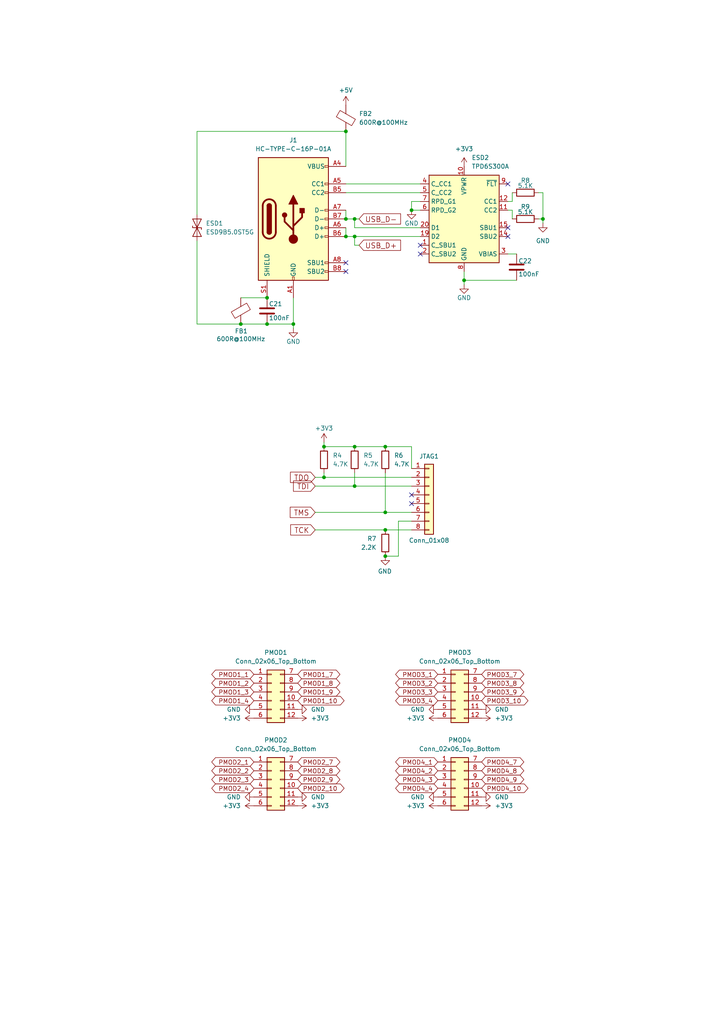
<source format=kicad_sch>
(kicad_sch (version 20231120) (generator "eeschema") (generator_version "8.0")
  (paper "A4" portrait)
  (lib_symbols
    (symbol "Connector:USB_C_Receptacle_USB2.0_16P" (pin_names (offset 1.016))
      (property "Reference" "J" (at 0 22.225 0))
      (property "Value" "USB_C_Receptacle_USB2.0_16P" (at 0 19.685 0))
      (symbol "USB_C_Receptacle_USB2.0_16P_0_0"
        (rectangle (start -0.254 -17.78) (end 0.254 -16.764))
        (rectangle (start 10.16 -14.986) (end 9.144 -15.494))
        (rectangle (start 10.16 -12.446) (end 9.144 -12.954))
        (rectangle (start 10.16 -4.826) (end 9.144 -5.334))
        (rectangle (start 10.16 -2.286) (end 9.144 -2.794))
        (rectangle (start 10.16 0.254) (end 9.144 -0.254))
        (rectangle (start 10.16 2.794) (end 9.144 2.286))
        (rectangle (start 10.16 7.874) (end 9.144 7.366))
        (rectangle (start 10.16 10.414) (end 9.144 9.906))
        (rectangle (start 10.16 15.494) (end 9.144 14.986))
      )
      (symbol "USB_C_Receptacle_USB2.0_16P_0_1"
        (rectangle (start -10.16 17.78) (end 10.16 -17.78) (stroke (width 0.254)) (fill (type background)))
        (arc (start -8.89 -3.81) (mid -6.985 -5.7067) (end -5.08 -3.81) (stroke (width 0.508)))
        (arc (start -7.62 -3.81) (mid -6.985 -4.4423) (end -6.35 -3.81) (stroke (width 0.254)))
        (arc (start -7.62 -3.81) (mid -6.985 -4.4423) (end -6.35 -3.81) (stroke (width 0.254)) (fill (type outline)))
        (rectangle (start -7.62 -3.81) (end -6.35 3.81) (stroke (width 0.254)) (fill (type outline)))
        (arc (start -6.35 3.81) (mid -6.985 4.4423) (end -7.62 3.81) (stroke (width 0.254)))
        (arc (start -6.35 3.81) (mid -6.985 4.4423) (end -7.62 3.81) (stroke (width 0.254)) (fill (type outline)))
        (arc (start -5.08 3.81) (mid -6.985 5.7067) (end -8.89 3.81) (stroke (width 0.508)))
        (circle (center -2.54 1.143) (radius 0.635) (stroke (width 0.254)) (fill (type outline)))
        (circle (center 0 -5.842) (radius 1.27) (fill (type outline)))
        (polyline (pts (xy -8.89 -3.81) (xy -8.89 3.81)) (stroke (width 0.508)))
        (polyline (pts (xy -5.08 3.81) (xy -5.08 -3.81)) (stroke (width 0.508)))
        (polyline (pts (xy 0 -5.842) (xy 0 4.318)) (stroke (width 0.508)))
        (polyline (pts (xy 0 -3.302) (xy -2.54 -0.762) (xy -2.54 0.508)) (stroke (width 0.508)))
        (polyline (pts (xy 0 -2.032) (xy 2.54 0.508) (xy 2.54 1.778)) (stroke (width 0.508)))
        (polyline (pts (xy -1.27 4.318) (xy 0 6.858) (xy 1.27 4.318) (xy -1.27 4.318)) (stroke (width 0.254)) (fill (type outline)))
        (rectangle (start 1.905 1.778) (end 3.175 3.048) (stroke (width 0.254)) (fill (type outline)))
      )
      (symbol "USB_C_Receptacle_USB2.0_16P_1_1"
        (pin passive line (at 0 -22.86 90) (length 5.08) (name "GND") (number "A1"))
        (pin passive line (at 0 -22.86 90) (length 5.08) hide (name "GND") (number "A12"))
        (pin passive line (at 15.24 15.24 180) (length 5.08) (name "VBUS") (number "A4"))
        (pin bidirectional line (at 15.24 10.16 180) (length 5.08) (name "CC1") (number "A5"))
        (pin bidirectional line (at 15.24 -2.54 180) (length 5.08) (name "D+") (number "A6"))
        (pin bidirectional line (at 15.24 2.54 180) (length 5.08) (name "D-") (number "A7"))
        (pin bidirectional line (at 15.24 -12.7 180) (length 5.08) (name "SBU1") (number "A8"))
        (pin passive line (at 15.24 15.24 180) (length 5.08) hide (name "VBUS") (number "A9"))
        (pin passive line (at 0 -22.86 90) (length 5.08) hide (name "GND") (number "B1"))
        (pin passive line (at 0 -22.86 90) (length 5.08) hide (name "GND") (number "B12"))
        (pin passive line (at 15.24 15.24 180) (length 5.08) hide (name "VBUS") (number "B4"))
        (pin bidirectional line (at 15.24 7.62 180) (length 5.08) (name "CC2") (number "B5"))
        (pin bidirectional line (at 15.24 -5.08 180) (length 5.08) (name "D+") (number "B6"))
        (pin bidirectional line (at 15.24 0 180) (length 5.08) (name "D-") (number "B7"))
        (pin bidirectional line (at 15.24 -15.24 180) (length 5.08) (name "SBU2") (number "B8"))
        (pin passive line (at 15.24 15.24 180) (length 5.08) hide (name "VBUS") (number "B9"))
        (pin passive line (at -7.62 -22.86 90) (length 5.08) (name "SHIELD") (number "S1"))
      )
    )
    (symbol "Connector_Generic:Conn_01x08" (pin_names (offset 1.016) hide)
      (property "Reference" "J" (at 0 10.16 0))
      (property "Value" "Conn_01x08" (at 0 -12.7 0))
      (symbol "Conn_01x08_1_1"
        (rectangle (start -1.27 -10.033) (end 0 -10.287) (stroke (width 0.1524)))
        (rectangle (start -1.27 -7.493) (end 0 -7.747) (stroke (width 0.1524)))
        (rectangle (start -1.27 -4.953) (end 0 -5.207) (stroke (width 0.1524)))
        (rectangle (start -1.27 -2.413) (end 0 -2.667) (stroke (width 0.1524)))
        (rectangle (start -1.27 0.127) (end 0 -0.127) (stroke (width 0.1524)))
        (rectangle (start -1.27 2.667) (end 0 2.413) (stroke (width 0.1524)))
        (rectangle (start -1.27 5.207) (end 0 4.953) (stroke (width 0.1524)))
        (rectangle (start -1.27 7.747) (end 0 7.493) (stroke (width 0.1524)))
        (rectangle (start -1.27 8.89) (end 1.27 -11.43) (stroke (width 0.254)) (fill (type background)))
        (pin passive line (at -5.08 7.62 0) (length 3.81) (name "Pin_1") (number "1"))
        (pin passive line (at -5.08 5.08 0) (length 3.81) (name "Pin_2") (number "2"))
        (pin passive line (at -5.08 2.54 0) (length 3.81) (name "Pin_3") (number "3"))
        (pin passive line (at -5.08 0 0) (length 3.81) (name "Pin_4") (number "4"))
        (pin passive line (at -5.08 -2.54 0) (length 3.81) (name "Pin_5") (number "5"))
        (pin passive line (at -5.08 -5.08 0) (length 3.81) (name "Pin_6") (number "6"))
        (pin passive line (at -5.08 -7.62 0) (length 3.81) (name "Pin_7") (number "7"))
        (pin passive line (at -5.08 -10.16 0) (length 3.81) (name "Pin_8") (number "8"))
      )
    )
    (symbol "Connector_Generic:Conn_02x06_Top_Bottom" (pin_names (offset 1.016) hide)
      (property "Reference" "J" (at 1.27 7.62 0))
      (property "Value" "Conn_02x06_Top_Bottom" (at 1.27 -10.16 0))
      (symbol "Conn_02x06_Top_Bottom_1_1"
        (rectangle (start -1.27 -7.493) (end 0 -7.747) (stroke (width 0.1524)))
        (rectangle (start -1.27 -4.953) (end 0 -5.207) (stroke (width 0.1524)))
        (rectangle (start -1.27 -2.413) (end 0 -2.667) (stroke (width 0.1524)))
        (rectangle (start -1.27 0.127) (end 0 -0.127) (stroke (width 0.1524)))
        (rectangle (start -1.27 2.667) (end 0 2.413) (stroke (width 0.1524)))
        (rectangle (start -1.27 5.207) (end 0 4.953) (stroke (width 0.1524)))
        (rectangle (start -1.27 6.35) (end 3.81 -8.89) (stroke (width 0.254)) (fill (type background)))
        (rectangle (start 3.81 -7.493) (end 2.54 -7.747) (stroke (width 0.1524)))
        (rectangle (start 3.81 -4.953) (end 2.54 -5.207) (stroke (width 0.1524)))
        (rectangle (start 3.81 -2.413) (end 2.54 -2.667) (stroke (width 0.1524)))
        (rectangle (start 3.81 0.127) (end 2.54 -0.127) (stroke (width 0.1524)))
        (rectangle (start 3.81 2.667) (end 2.54 2.413) (stroke (width 0.1524)))
        (rectangle (start 3.81 5.207) (end 2.54 4.953) (stroke (width 0.1524)))
        (pin passive line (at -5.08 5.08 0) (length 3.81) (name "Pin_1") (number "1"))
        (pin passive line (at 7.62 -2.54 180) (length 3.81) (name "Pin_10") (number "10"))
        (pin passive line (at 7.62 -5.08 180) (length 3.81) (name "Pin_11") (number "11"))
        (pin passive line (at 7.62 -7.62 180) (length 3.81) (name "Pin_12") (number "12"))
        (pin passive line (at -5.08 2.54 0) (length 3.81) (name "Pin_2") (number "2"))
        (pin passive line (at -5.08 0 0) (length 3.81) (name "Pin_3") (number "3"))
        (pin passive line (at -5.08 -2.54 0) (length 3.81) (name "Pin_4") (number "4"))
        (pin passive line (at -5.08 -5.08 0) (length 3.81) (name "Pin_5") (number "5"))
        (pin passive line (at -5.08 -7.62 0) (length 3.81) (name "Pin_6") (number "6"))
        (pin passive line (at 7.62 5.08 180) (length 3.81) (name "Pin_7") (number "7"))
        (pin passive line (at 7.62 2.54 180) (length 3.81) (name "Pin_8") (number "8"))
        (pin passive line (at 7.62 0 180) (length 3.81) (name "Pin_9") (number "9"))
      )
    )
    (symbol "Device:C" (pin_numbers hide) (pin_names (offset 0.254))
      (property "Reference" "C" (at 0.635 2.54 0))
      (property "Value" "C" (at 0.635 -2.54 0))
      (symbol "C_0_1"
        (polyline (pts (xy -2.032 -0.762) (xy 2.032 -0.762)) (stroke (width 0.508)))
        (polyline (pts (xy -2.032 0.762) (xy 2.032 0.762)) (stroke (width 0.508)))
      )
      (symbol "C_1_1"
        (pin passive line (at 0 3.81 270) (length 2.794) (name "~") (number "1"))
        (pin passive line (at 0 -3.81 90) (length 2.794) (name "~") (number "2"))
      )
    )
    (symbol "Device:FerriteBead" (pin_numbers hide) (pin_names (offset 0))
      (property "Reference" "FB" (at -3.81 0.635 90))
      (property "Value" "FerriteBead" (at 3.81 0 90))
      (symbol "FerriteBead_0_1"
        (polyline (pts (xy 0 -1.27) (xy 0 -1.2192)))
        (polyline (pts (xy 0 1.27) (xy 0 1.2954)))
        (polyline (pts (xy -2.7686 0.4064) (xy -1.7018 2.2606) (xy 2.7686 -0.3048) (xy 1.6764 -2.159) (xy -2.7686 0.4064)))
      )
      (symbol "FerriteBead_1_1"
        (pin passive line (at 0 3.81 270) (length 2.54) (name "~") (number "1"))
        (pin passive line (at 0 -3.81 90) (length 2.54) (name "~") (number "2"))
      )
    )
    (symbol "Device:R" (pin_numbers hide) (pin_names (offset 0))
      (property "Reference" "R" (at 2.032 0 90))
      (property "Value" "R" (at 0 0 90))
      (symbol "R_0_1"
        (rectangle (start -1.016 -2.54) (end 1.016 2.54) (stroke (width 0.254)))
      )
      (symbol "R_1_1"
        (pin passive line (at 0 3.81 270) (length 1.27) (name "~") (number "1"))
        (pin passive line (at 0 -3.81 90) (length 1.27) (name "~") (number "2"))
      )
    )
    (symbol "Diode:ESD9B5.0ST5G" (pin_numbers hide) (pin_names (offset 1.016) hide)
      (property "Reference" "D" (at 0 2.54 0))
      (property "Value" "ESD9B5.0ST5G" (at 0 -2.54 0))
      (symbol "ESD9B5.0ST5G_0_1"
        (polyline (pts (xy 1.27 0) (xy -1.27 0)))
        (polyline (pts (xy -2.54 -1.27) (xy 0 0) (xy -2.54 1.27) (xy -2.54 -1.27)) (stroke (width 0.2032)))
        (polyline (pts (xy 0.508 1.27) (xy 0 1.27) (xy 0 -1.27) (xy -0.508 -1.27)) (stroke (width 0.2032)))
        (polyline (pts (xy 2.54 1.27) (xy 2.54 -1.27) (xy 0 0) (xy 2.54 1.27)) (stroke (width 0.2032)))
      )
      (symbol "ESD9B5.0ST5G_1_1"
        (pin passive line (at -3.81 0 0) (length 2.54) (name "A1") (number "1"))
        (pin passive line (at 3.81 0 180) (length 2.54) (name "A2") (number "2"))
      )
    )
    (symbol "Power_Protection:TPD6S300A"
      (property "Reference" "U" (at -8.89 13.97 0))
      (property "Value" "TPD6S300A" (at 7.62 -15.24 0))
      (symbol "TPD6S300A_0_1"
        (rectangle (start -10.16 12.7) (end 10.16 -12.7) (stroke (width 0.254)) (fill (type background)))
      )
      (symbol "TPD6S300A_1_1"
        (pin bidirectional line (at -12.7 -7.62 0) (length 2.54) (name "C_SBU1") (number "1"))
        (pin power_in line (at 0 15.24 270) (length 2.54) (name "VPWR") (number "10"))
        (pin bidirectional line (at 12.7 2.54 180) (length 2.54) (name "CC2") (number "11"))
        (pin bidirectional line (at 12.7 5.08 180) (length 2.54) (name "CC1") (number "12"))
        (pin passive line (at 0 -15.24 90) (length 2.54) hide (name "GND") (number "13"))
        (pin bidirectional line (at 12.7 -5.08 180) (length 2.54) (name "SBU2") (number "14"))
        (pin bidirectional line (at 12.7 -2.54 180) (length 2.54) (name "SBU1") (number "15"))
        (pin passive line (at 0 -15.24 90) (length 2.54) hide (name "GND") (number "16"))
        (pin passive line (at 0 -15.24 90) (length 2.54) hide (name "GND") (number "17"))
        (pin passive line (at 0 -15.24 90) (length 2.54) hide (name "GND") (number "18"))
        (pin passive line (at -12.7 -5.08 0) (length 2.54) (name "D2") (number "19"))
        (pin bidirectional line (at -12.7 -10.16 0) (length 2.54) (name "C_SBU2") (number "2"))
        (pin passive line (at -12.7 -2.54 0) (length 2.54) (name "D1") (number "20"))
        (pin passive line (at 0 -15.24 90) (length 2.54) hide (name "GND") (number "21"))
        (pin passive line (at 12.7 -10.16 180) (length 2.54) (name "VBIAS") (number "3"))
        (pin bidirectional line (at -12.7 10.16 0) (length 2.54) (name "C_CC1") (number "4"))
        (pin bidirectional line (at -12.7 7.62 0) (length 2.54) (name "C_CC2") (number "5"))
        (pin bidirectional line (at -12.7 2.54 0) (length 2.54) (name "RPD_G2") (number "6"))
        (pin bidirectional line (at -12.7 5.08 0) (length 2.54) (name "RPD_G1") (number "7"))
        (pin power_in line (at 0 -15.24 90) (length 2.54) (name "GND") (number "8"))
        (pin open_collector line (at 12.7 10.16 180) (length 2.54) (name "~{FLT}") (number "9"))
      )
    )
    (symbol "power:+3V3" (power) (pin_numbers hide) (pin_names (offset 0) hide)
      (property "Value" "+3V3" (at 0 3.556 0))
      (symbol "+3V3_0_1"
        (polyline (pts (xy -0.762 1.27) (xy 0 2.54)))
        (polyline (pts (xy 0 0) (xy 0 2.54)))
        (polyline (pts (xy 0 2.54) (xy 0.762 1.27)))
      )
      (symbol "+3V3_1_1"
        (pin power_in line (at 0 0 90) (length 0) (name "~") (number "1"))
      )
    )
    (symbol "power:+5V" (power) (pin_numbers hide) (pin_names (offset 0) hide)
      (property "Value" "+5V" (at 0 3.556 0))
      (symbol "+5V_0_1"
        (polyline (pts (xy -0.762 1.27) (xy 0 2.54)))
        (polyline (pts (xy 0 0) (xy 0 2.54)))
        (polyline (pts (xy 0 2.54) (xy 0.762 1.27)))
      )
      (symbol "+5V_1_1"
        (pin power_in line (at 0 0 90) (length 0) (name "~") (number "1"))
      )
    )
    (symbol "power:GND" (power) (pin_numbers hide) (pin_names (offset 0) hide)
      (property "Value" "GND" (at 0 -3.81 0))
      (symbol "GND_0_1"
        (polyline (pts (xy 0 0) (xy 0 -1.27) (xy 1.27 -1.27) (xy 0 -2.54) (xy -1.27 -1.27) (xy 0 -1.27)))
      )
      (symbol "GND_1_1"
        (pin power_in line (at 0 0 270) (length 0) (name "~") (number "1"))
      )
    )
  )
  (junction (at 102.87 129.54))
  (junction (at 100.33 38.1))
  (junction (at 69.85 93.98))
  (junction (at 102.87 63.5))
  (junction (at 157.48 63.5))
  (junction (at 77.47 93.98))
  (junction (at 111.76 161.29))
  (junction (at 100.33 68.58))
  (junction (at 111.76 129.54))
  (junction (at 119.38 60.96))
  (junction (at 85.09 93.98))
  (junction (at 111.76 153.67))
  (junction (at 111.76 148.59))
  (junction (at 77.47 86.36))
  (junction (at 102.87 68.58))
  (junction (at 93.98 138.43))
  (junction (at 93.98 129.54))
  (junction (at 102.87 140.97))
  (junction (at 134.62 81.28))
  (junction (at 100.33 63.5))
  (no_connect (at 121.92 71.12))
  (no_connect (at 121.92 73.66))
  (no_connect (at 100.33 76.2))
  (no_connect (at 147.32 68.58))
  (no_connect (at 119.38 146.05))
  (no_connect (at 147.32 66.04))
  (no_connect (at 147.32 53.34))
  (no_connect (at 119.38 143.51))
  (no_connect (at 100.33 78.74))
  (wire (pts (xy 157.48 63.5) (xy 157.48 64.77)))
  (wire (pts (xy 157.48 55.88) (xy 157.48 63.5)))
  (wire (pts (xy 102.87 137.16) (xy 102.87 140.97)))
  (wire (pts (xy 115.57 151.13) (xy 115.57 161.29)))
  (wire (pts (xy 156.21 55.88) (xy 157.48 55.88)))
  (wire (pts (xy 91.44 148.59) (xy 111.76 148.59)))
  (wire (pts (xy 148.59 60.96) (xy 148.59 63.5)))
  (wire (pts (xy 57.15 93.98) (xy 69.85 93.98)))
  (wire (pts (xy 69.85 93.98) (xy 77.47 93.98)))
  (wire (pts (xy 111.76 153.67) (xy 119.38 153.67)))
  (wire (pts (xy 119.38 58.42) (xy 119.38 60.96)))
  (wire (pts (xy 85.09 93.98) (xy 85.09 86.36)))
  (wire (pts (xy 147.32 73.66) (xy 149.86 73.66)))
  (wire (pts (xy 102.87 129.54) (xy 111.76 129.54)))
  (wire (pts (xy 100.33 68.58) (xy 102.87 68.58)))
  (wire (pts (xy 148.59 58.42) (xy 147.32 58.42)))
  (wire (pts (xy 93.98 129.54) (xy 102.87 129.54)))
  (wire (pts (xy 111.76 137.16) (xy 111.76 148.59)))
  (wire (pts (xy 119.38 60.96) (xy 121.92 60.96)))
  (wire (pts (xy 102.87 66.04) (xy 121.92 66.04)))
  (wire (pts (xy 91.44 138.43) (xy 93.98 138.43)))
  (wire (pts (xy 134.62 78.74) (xy 134.62 81.28)))
  (wire (pts (xy 57.15 62.23) (xy 57.15 38.1)))
  (wire (pts (xy 134.62 81.28) (xy 134.62 82.55)))
  (wire (pts (xy 85.09 93.98) (xy 85.09 95.25)))
  (wire (pts (xy 134.62 81.28) (xy 149.86 81.28)))
  (wire (pts (xy 119.38 151.13) (xy 115.57 151.13)))
  (wire (pts (xy 100.33 66.04) (xy 100.33 68.58)))
  (wire (pts (xy 148.59 60.96) (xy 147.32 60.96)))
  (wire (pts (xy 102.87 71.12) (xy 104.14 71.12)))
  (wire (pts (xy 148.59 55.88) (xy 148.59 58.42)))
  (wire (pts (xy 100.33 63.5) (xy 102.87 63.5)))
  (wire (pts (xy 100.33 63.5) (xy 100.33 60.96)))
  (wire (pts (xy 100.33 38.1) (xy 100.33 48.26)))
  (wire (pts (xy 115.57 161.29) (xy 111.76 161.29)))
  (wire (pts (xy 93.98 137.16) (xy 93.98 138.43)))
  (wire (pts (xy 69.85 86.36) (xy 77.47 86.36)))
  (wire (pts (xy 57.15 69.85) (xy 57.15 93.98)))
  (wire (pts (xy 91.44 153.67) (xy 111.76 153.67)))
  (wire (pts (xy 121.92 58.42) (xy 119.38 58.42)))
  (wire (pts (xy 102.87 140.97) (xy 119.38 140.97)))
  (wire (pts (xy 77.47 93.98) (xy 85.09 93.98)))
  (wire (pts (xy 93.98 128.27) (xy 93.98 129.54)))
  (wire (pts (xy 100.33 55.88) (xy 121.92 55.88)))
  (wire (pts (xy 100.33 53.34) (xy 121.92 53.34)))
  (wire (pts (xy 91.44 140.97) (xy 102.87 140.97)))
  (wire (pts (xy 111.76 148.59) (xy 119.38 148.59)))
  (wire (pts (xy 102.87 68.58) (xy 121.92 68.58)))
  (wire (pts (xy 93.98 138.43) (xy 119.38 138.43)))
  (wire (pts (xy 156.21 63.5) (xy 157.48 63.5)))
  (wire (pts (xy 102.87 63.5) (xy 104.14 63.5)))
  (wire (pts (xy 57.15 38.1) (xy 100.33 38.1)))
  (wire (pts (xy 119.38 135.89) (xy 119.38 129.54)))
  (wire (pts (xy 119.38 129.54) (xy 111.76 129.54)))
  (wire (pts (xy 102.87 68.58) (xy 102.87 71.12)))
  (wire (pts (xy 102.87 66.04) (xy 102.87 63.5)))
  (global_label "PMOD1_7" (shape bidirectional) (at 86.36 195.58 0) (property "Intersheetrefs" "${INTERSHEET_REFS}" (effects (hide yes))))
  (global_label "PMOD3_3" (shape bidirectional) (at 127 200.66 180) (property "Intersheetrefs" "${INTERSHEET_REFS}" (effects (hide yes))))
  (global_label "PMOD4_9" (shape bidirectional) (at 139.7 226.06 0) (property "Intersheetrefs" "${INTERSHEET_REFS}" (effects (hide yes))))
  (global_label "PMOD3_8" (shape bidirectional) (at 139.7 198.12 0) (property "Intersheetrefs" "${INTERSHEET_REFS}" (effects (hide yes))))
  (global_label "PMOD3_4" (shape bidirectional) (at 127 203.2 180) (property "Intersheetrefs" "${INTERSHEET_REFS}" (effects (hide yes))))
  (global_label "PMOD1_8" (shape bidirectional) (at 86.36 198.12 0) (property "Intersheetrefs" "${INTERSHEET_REFS}" (effects (hide yes))))
  (global_label "PMOD2_8" (shape bidirectional) (at 86.36 223.52 0) (property "Intersheetrefs" "${INTERSHEET_REFS}" (effects (hide yes))))
  (global_label "TMS" (shape input) (at 91.44 148.59 180) (effects (font (size 1.524 1.524))) (property "Intersheetrefs" "${INTERSHEET_REFS}" (effects (hide yes))))
  (global_label "PMOD4_1" (shape bidirectional) (at 127 220.98 180) (property "Intersheetrefs" "${INTERSHEET_REFS}" (effects (hide yes))))
  (global_label "PMOD3_7" (shape bidirectional) (at 139.7 195.58 0) (property "Intersheetrefs" "${INTERSHEET_REFS}" (effects (hide yes))))
  (global_label "PMOD4_2" (shape bidirectional) (at 127 223.52 180) (property "Intersheetrefs" "${INTERSHEET_REFS}" (effects (hide yes))))
  (global_label "PMOD2_3" (shape bidirectional) (at 73.66 226.06 180) (property "Intersheetrefs" "${INTERSHEET_REFS}" (effects (hide yes))))
  (global_label "PMOD3_2" (shape bidirectional) (at 127 198.12 180) (property "Intersheetrefs" "${INTERSHEET_REFS}" (effects (hide yes))))
  (global_label "PMOD4_10" (shape bidirectional) (at 139.7 228.6 0) (property "Intersheetrefs" "${INTERSHEET_REFS}" (effects (hide yes))))
  (global_label "PMOD1_2" (shape bidirectional) (at 73.66 198.12 180) (property "Intersheetrefs" "${INTERSHEET_REFS}" (effects (hide yes))))
  (global_label "PMOD1_10" (shape bidirectional) (at 86.36 203.2 0) (property "Intersheetrefs" "${INTERSHEET_REFS}" (effects (hide yes))))
  (global_label "PMOD2_4" (shape bidirectional) (at 73.66 228.6 180) (property "Intersheetrefs" "${INTERSHEET_REFS}" (effects (hide yes))))
  (global_label "PMOD4_3" (shape bidirectional) (at 127 226.06 180) (property "Intersheetrefs" "${INTERSHEET_REFS}" (effects (hide yes))))
  (global_label "PMOD1_3" (shape bidirectional) (at 73.66 200.66 180) (property "Intersheetrefs" "${INTERSHEET_REFS}" (effects (hide yes))))
  (global_label "PMOD2_10" (shape bidirectional) (at 86.36 228.6 0) (property "Intersheetrefs" "${INTERSHEET_REFS}" (effects (hide yes))))
  (global_label "PMOD3_1" (shape bidirectional) (at 127 195.58 180) (property "Intersheetrefs" "${INTERSHEET_REFS}" (effects (hide yes))))
  (global_label "PMOD1_4" (shape bidirectional) (at 73.66 203.2 180) (property "Intersheetrefs" "${INTERSHEET_REFS}" (effects (hide yes))))
  (global_label "PMOD2_1" (shape bidirectional) (at 73.66 220.98 180) (property "Intersheetrefs" "${INTERSHEET_REFS}" (effects (hide yes))))
  (global_label "USB_D+" (shape input) (at 104.14 71.12 0) (effects (font (size 1.524 1.524))) (property "Intersheetrefs" "${INTERSHEET_REFS}" (effects (hide yes))))
  (global_label "PMOD1_9" (shape bidirectional) (at 86.36 200.66 0) (property "Intersheetrefs" "${INTERSHEET_REFS}" (effects (hide yes))))
  (global_label "PMOD4_4" (shape bidirectional) (at 127 228.6 180) (property "Intersheetrefs" "${INTERSHEET_REFS}" (effects (hide yes))))
  (global_label "PMOD2_7" (shape bidirectional) (at 86.36 220.98 0) (property "Intersheetrefs" "${INTERSHEET_REFS}" (effects (hide yes))))
  (global_label "TDI" (shape input) (at 91.44 140.97 180) (effects (font (size 1.524 1.524))) (property "Intersheetrefs" "${INTERSHEET_REFS}" (effects (hide yes))))
  (global_label "PMOD4_8" (shape bidirectional) (at 139.7 223.52 0) (property "Intersheetrefs" "${INTERSHEET_REFS}" (effects (hide yes))))
  (global_label "PMOD1_1" (shape bidirectional) (at 73.66 195.58 180) (property "Intersheetrefs" "${INTERSHEET_REFS}" (effects (hide yes))))
  (global_label "PMOD2_9" (shape bidirectional) (at 86.36 226.06 0) (property "Intersheetrefs" "${INTERSHEET_REFS}" (effects (hide yes))))
  (global_label "USB_D-" (shape input) (at 104.14 63.5 0) (effects (font (size 1.524 1.524))) (property "Intersheetrefs" "${INTERSHEET_REFS}" (effects (hide yes))))
  (global_label "PMOD2_2" (shape bidirectional) (at 73.66 223.52 180) (property "Intersheetrefs" "${INTERSHEET_REFS}" (effects (hide yes))))
  (global_label "TCK" (shape input) (at 91.44 153.67 180) (effects (font (size 1.524 1.524))) (property "Intersheetrefs" "${INTERSHEET_REFS}" (effects (hide yes))))
  (global_label "PMOD3_9" (shape bidirectional) (at 139.7 200.66 0) (property "Intersheetrefs" "${INTERSHEET_REFS}" (effects (hide yes))))
  (global_label "PMOD4_7" (shape bidirectional) (at 139.7 220.98 0) (property "Intersheetrefs" "${INTERSHEET_REFS}" (effects (hide yes))))
  (global_label "PMOD3_10" (shape bidirectional) (at 139.7 203.2 0) (property "Intersheetrefs" "${INTERSHEET_REFS}" (effects (hide yes))))
  (global_label "TDO" (shape input) (at 91.44 138.43 180) (effects (font (size 1.524 1.524))) (property "Intersheetrefs" "${INTERSHEET_REFS}" (effects (hide yes))))
  (symbol (lib_id "power:GND") (at 127 231.14 270) (unit 1)
    (property "Reference" "#PWR030" (effects (hide yes)))
    (property "Value" "GND" (at 123.19 231.1399 90) (effects (justify right)))
    (property "Description" "Power symbol creates a global label with name \"GND\" , ground" (effects (hide yes)))
  )
  (symbol (lib_id "Device:FerriteBead") (at 69.85 90.17 0) (mirror y) (unit 1)
    (property "Reference" "FB1" (at 71.882 96.012 0) (effects (justify left)))
    (property "Value" "600R@100MHz" (at 76.962 98.298 0) (effects (justify left)))
    (property "Footprint" "Inductor_SMD:L_0603_1608Metric" (effects (hide yes)))
    (property "Description" "Ferrite bead" (effects (hide yes)))
    (property "JLC" "0603" (effects (hide yes)))
    (property "LCSC" "C1002" (effects (hide yes)))
  )
  (symbol (lib_id "power:GND") (at 127 205.74 270) (unit 1)
    (property "Reference" "#PWR028" (effects (hide yes)))
    (property "Value" "GND" (at 123.19 205.7399 90) (effects (justify right)))
    (property "Description" "Power symbol creates a global label with name \"GND\" , ground" (effects (hide yes)))
  )
  (symbol (lib_id "Device:R") (at 111.76 133.35 0) (unit 1)
    (property "Reference" "R6" (at 114.3 132.0799 0) (effects (justify left)))
    (property "Value" "4.7K" (at 114.3 134.6199 0) (effects (justify left)))
    (property "Footprint" "Resistor_SMD:R_0402_1005Metric" (effects (hide yes)))
    (property "Description" "Resistor" (effects (hide yes)))
    (property "JLC" "0402" (effects (hide yes)))
    (property "LCSC" "C25900" (effects (hide yes)))
  )
  (symbol (lib_id "power:+3V3") (at 86.36 233.68 270) (unit 1)
    (property "Reference" "#PWR023" (effects (hide yes)))
    (property "Value" "+3V3" (at 90.17 233.6799 90) (effects (justify left)))
    (property "Description" "Power symbol creates a global label with name \"+3V3\"" (effects (hide yes)))
  )
  (symbol (lib_id "power:+3V3") (at 93.98 128.27 0) (unit 1)
    (property "Reference" "#PWR024" (effects (hide yes)))
    (property "Value" "+3V3" (at 93.98 124.206 0))
  )
  (symbol (lib_id "power:+3V3") (at 73.66 233.68 90) (unit 1)
    (property "Reference" "#PWR018" (effects (hide yes)))
    (property "Value" "+3V3" (at 69.85 233.6799 90) (effects (justify left)))
    (property "Description" "Power symbol creates a global label with name \"+3V3\"" (effects (hide yes)))
  )
  (symbol (lib_id "power:GND") (at 73.66 205.74 270) (unit 1)
    (property "Reference" "#PWR015" (effects (hide yes)))
    (property "Value" "GND" (at 69.85 205.7399 90) (effects (justify right)))
    (property "Description" "Power symbol creates a global label with name \"GND\" , ground" (effects (hide yes)))
  )
  (symbol (lib_id "Connector_Generic:Conn_02x06_Top_Bottom") (at 78.74 226.06 0) (unit 1)
    (property "Reference" "PMOD2" (at 80.01 214.63 0))
    (property "Value" "Conn_02x06_Top_Bottom" (at 80.01 217.17 0))
    (property "Footprint" "HispalisFPGA:PMOD_Socket_Horizontal" (effects (hide yes)))
    (property "Description" "Generic connector, double row, 02x06, top/bottom pin numbering scheme (row 1: 1...pins_per_row, row2: pins_per_row+1 ... num_pins), script generated (kicad-library-utils/schlib/autogen/connector/)" (effects (hide yes)))
    (property "JLC" "Push-Pull,P=2.5mm " (effects (hide yes)))
    (property "LCSC" "C5333437" (effects (hide yes)))
  )
  (symbol (lib_id "power:GND") (at 86.36 231.14 90) (unit 1)
    (property "Reference" "#PWR022" (effects (hide yes)))
    (property "Value" "GND" (at 90.17 231.1399 90) (effects (justify right)))
    (property "Description" "Power symbol creates a global label with name \"GND\" , ground" (effects (hide yes)))
  )
  (symbol (lib_id "power:GND") (at 73.66 231.14 270) (unit 1)
    (property "Reference" "#PWR017" (effects (hide yes)))
    (property "Value" "GND" (at 69.85 231.1399 90) (effects (justify right)))
    (property "Description" "Power symbol creates a global label with name \"GND\" , ground" (effects (hide yes)))
  )
  (symbol (lib_id "power:GND") (at 139.7 231.14 90) (unit 1)
    (property "Reference" "#PWR036" (effects (hide yes)))
    (property "Value" "GND" (at 143.51 231.1399 90) (effects (justify right)))
    (property "Description" "Power symbol creates a global label with name \"GND\" , ground" (effects (hide yes)))
  )
  (symbol (lib_id "power:GND") (at 134.62 82.55 0) (unit 1)
    (property "Reference" "#PWR033" (effects (hide yes)))
    (property "Value" "GND" (at 134.62 86.36 0))
    (property "Description" "Power symbol creates a global label with name \"GND\" , ground" (effects (hide yes)))
  )
  (symbol (lib_id "power:GND") (at 119.38 60.96 0) (unit 1)
    (property "Reference" "#PWR027" (effects (hide yes)))
    (property "Value" "GND" (at 119.38 64.77 0))
    (property "Description" "Power symbol creates a global label with name \"GND\" , ground" (effects (hide yes)))
  )
  (symbol (lib_id "Power_Protection:TPD6S300A") (at 134.62 63.5 0) (unit 1)
    (property "Reference" "ESD2" (at 136.8141 45.72 0) (effects (justify left)))
    (property "Value" "TPD6S300A" (at 136.8141 48.26 0) (effects (justify left)))
    (property "Footprint" "Package_DFN_QFN:WQFN-20-1EP_3x3mm_P0.4mm_EP1.7x1.7mm_ThermalVias" (effects (hide yes)))
    (property "Datasheet" "https://www.ti.com/lit/ds/symlink/tpd6s300a.pdf" (effects (hide yes)))
    (property "Description" "USB Type-C Port Protector: Short-to-VBUS Overvoltage and IEC ESD Protection, WQFN-20" (effects (hide yes)))
    (property "JLC" "WQFN-20-EP(3x3) " (effects (hide yes)))
    (property "LCSC" "C2876380" (effects (hide yes)))
  )
  (symbol (lib_id "Device:R") (at 111.76 157.48 0) (mirror y) (unit 1)
    (property "Reference" "R7" (at 109.22 156.2099 0) (effects (justify left)))
    (property "Value" "2.2K" (at 109.22 158.7499 0) (effects (justify left)))
    (property "Footprint" "Resistor_SMD:R_0402_1005Metric" (effects (hide yes)))
    (property "Description" "Resistor" (effects (hide yes)))
    (property "JLC" "0402" (effects (hide yes)))
    (property "LCSC" "C25879 " (effects (hide yes)))
  )
  (symbol (lib_id "power:+3V3") (at 134.62 48.26 0) (unit 1)
    (property "Reference" "#PWR032" (effects (hide yes)))
    (property "Value" "+3V3" (at 134.62 43.18 0))
    (property "Description" "Power symbol creates a global label with name \"+3V3\"" (effects (hide yes)))
  )
  (symbol (lib_id "Connector_Generic:Conn_02x06_Top_Bottom") (at 78.74 200.66 0) (unit 1)
    (property "Reference" "PMOD1" (at 80.01 189.23 0))
    (property "Value" "Conn_02x06_Top_Bottom" (at 80.01 191.77 0))
    (property "Footprint" "HispalisFPGA:PMOD_Socket_Horizontal" (effects (hide yes)))
    (property "Description" "Generic connector, double row, 02x06, top/bottom pin numbering scheme (row 1: 1...pins_per_row, row2: pins_per_row+1 ... num_pins), script generated (kicad-library-utils/schlib/autogen/connector/)" (effects (hide yes)))
    (property "JLC" "Push-Pull,P=2.5mm " (effects (hide yes)))
    (property "LCSC" "C5333437" (effects (hide yes)))
  )
  (symbol (lib_id "Device:C") (at 77.47 90.17 0) (unit 1)
    (property "Reference" "C21" (at 77.978 88.138 0) (effects (justify left)))
    (property "Value" "100nF" (at 77.978 92.202 0) (effects (justify left)))
    (property "Footprint" "Capacitor_SMD:C_0402_1005Metric" (effects (hide yes)))
    (property "Description" "Unpolarized capacitor" (effects (hide yes)))
    (property "JLC" "0402" (effects (hide yes)))
    (property "LCSC" "C1525" (effects (hide yes)))
  )
  (symbol (lib_id "power:+3V3") (at 139.7 233.68 270) (unit 1)
    (property "Reference" "#PWR037" (effects (hide yes)))
    (property "Value" "+3V3" (at 143.51 233.6799 90) (effects (justify left)))
    (property "Description" "Power symbol creates a global label with name \"+3V3\"" (effects (hide yes)))
  )
  (symbol (lib_id "Device:FerriteBead") (at 100.33 34.29 0) (unit 1)
    (property "Reference" "FB2" (at 104.14 32.9691 0) (effects (justify left)))
    (property "Value" "600R@100MHz" (at 104.14 35.5091 0) (effects (justify left)))
    (property "Footprint" "Inductor_SMD:L_0603_1608Metric" (effects (hide yes)))
    (property "Description" "Ferrite bead" (effects (hide yes)))
    (property "JLC" "0603" (effects (hide yes)))
    (property "LCSC" "C1002" (effects (hide yes)))
  )
  (symbol (lib_id "Device:R") (at 152.4 55.88 90) (unit 1)
    (property "Reference" "R8" (at 152.4 52.324 90))
    (property "Value" "5.1K" (at 152.4 53.848 90))
    (property "Footprint" "Resistor_SMD:R_0402_1005Metric" (effects (hide yes)))
    (property "JLC" "0402" (effects (hide yes)))
    (property "LCSC" "C25905" (effects (hide yes)))
  )
  (symbol (lib_id "power:GND") (at 85.09 95.25 0) (unit 1)
    (property "Reference" "#PWR019" (effects (hide yes)))
    (property "Value" "GND" (at 85.09 99.06 0))
  )
  (symbol (lib_id "power:+3V3") (at 127 233.68 90) (unit 1)
    (property "Reference" "#PWR031" (effects (hide yes)))
    (property "Value" "+3V3" (at 123.19 233.6799 90) (effects (justify left)))
    (property "Description" "Power symbol creates a global label with name \"+3V3\"" (effects (hide yes)))
  )
  (symbol (lib_id "Connector_Generic:Conn_02x06_Top_Bottom") (at 132.08 226.06 0) (unit 1)
    (property "Reference" "PMOD4" (at 133.35 214.63 0))
    (property "Value" "Conn_02x06_Top_Bottom" (at 133.35 217.17 0))
    (property "Footprint" "HispalisFPGA:PMOD_Socket_Horizontal" (effects (hide yes)))
    (property "Description" "Generic connector, double row, 02x06, top/bottom pin numbering scheme (row 1: 1...pins_per_row, row2: pins_per_row+1 ... num_pins), script generated (kicad-library-utils/schlib/autogen/connector/)" (effects (hide yes)))
    (property "JLC" "Push-Pull,P=2.5mm " (effects (hide yes)))
    (property "LCSC" "C5333437" (effects (hide yes)))
  )
  (symbol (lib_id "Device:C") (at 149.86 77.47 0) (unit 1)
    (property "Reference" "C22" (at 150.368 75.692 0) (effects (justify left)))
    (property "Value" "100nF" (at 150.368 79.502 0) (effects (justify left)))
    (property "Footprint" "Capacitor_SMD:C_0402_1005Metric" (effects (hide yes)))
    (property "Description" "Unpolarized capacitor" (effects (hide yes)))
    (property "JLC" "0402" (effects (hide yes)))
    (property "LCSC" "C1525" (effects (hide yes)))
  )
  (symbol (lib_id "power:GND") (at 157.48 64.77 0) (unit 1)
    (property "Reference" "#PWR038" (effects (hide yes)))
    (property "Value" "GND" (at 157.48 69.85 0))
    (property "Description" "Power symbol creates a global label with name \"GND\" , ground" (effects (hide yes)))
  )
  (symbol (lib_id "Device:R") (at 102.87 133.35 0) (unit 1)
    (property "Reference" "R5" (at 105.41 132.0799 0) (effects (justify left)))
    (property "Value" "4.7K" (at 105.41 134.6199 0) (effects (justify left)))
    (property "Footprint" "Resistor_SMD:R_0402_1005Metric" (effects (hide yes)))
    (property "Description" "Resistor" (effects (hide yes)))
    (property "JLC" "0402" (effects (hide yes)))
    (property "LCSC" "C25900" (effects (hide yes)))
  )
  (symbol (lib_id "Device:R") (at 152.4 63.5 90) (unit 1)
    (property "Reference" "R9" (at 152.4 59.944 90))
    (property "Value" "5.1K" (at 152.4 61.468 90))
    (property "Footprint" "Resistor_SMD:R_0402_1005Metric" (effects (hide yes)))
    (property "JLC" "0402" (effects (hide yes)))
    (property "LCSC" "C25905" (effects (hide yes)))
  )
  (symbol (lib_id "Connector:USB_C_Receptacle_USB2.0_16P") (at 85.09 63.5 0) (unit 1)
    (property "Reference" "J1" (at 85.09 40.64 0))
    (property "Value" "HC-TYPE-C-16P-01A" (at 85.09 43.18 0))
    (property "Footprint" "Connector_USB:USB_C_Receptacle_HCTL_HC-TYPE-C-16P-01A" (effects (hide yes)))
    (property "Datasheet" "https://wmsc.lcsc.com/wmsc/upload/file/pdf/v2/lcsc/1811131824_MOLEX-1054500101_C134092.pdf" (effects (hide yes)))
    (property "Description" "USB 2.0-only 16P Type-C Receptacle connector" (effects (hide yes)))
    (property "JLC" "SMD" (effects (hide yes)))
    (property "LCSC" "C2894897" (effects (hide yes)))
  )
  (symbol (lib_id "Connector_Generic:Conn_01x08") (at 124.46 143.51 0) (unit 1)
    (property "Reference" "JTAG1" (at 124.46 132.334 0))
    (property "Value" "Conn_01x08" (at 124.46 156.718 0))
    (property "Footprint" "Connector_PinHeader_2.54mm:PinHeader_1x08_P2.54mm_Vertical" (effects (hide yes)))
    (property "Description" "Generic connector, single row, 01x08, script generated (kicad-library-utils/schlib/autogen/connector/)" (effects (hide yes)))
    (property "JLC" "Plugin,P=2.54mm " (effects (hide yes)))
    (property "LCSC" "C6332201" (effects (hide yes)))
  )
  (symbol (lib_id "power:+3V3") (at 86.36 208.28 270) (unit 1)
    (property "Reference" "#PWR021" (effects (hide yes)))
    (property "Value" "+3V3" (at 90.17 208.2799 90) (effects (justify left)))
    (property "Description" "Power symbol creates a global label with name \"+3V3\"" (effects (hide yes)))
  )
  (symbol (lib_id "power:GND") (at 86.36 205.74 90) (unit 1)
    (property "Reference" "#PWR020" (effects (hide yes)))
    (property "Value" "GND" (at 90.17 205.7399 90) (effects (justify right)))
    (property "Description" "Power symbol creates a global label with name \"GND\" , ground" (effects (hide yes)))
  )
  (symbol (lib_id "power:+3V3") (at 139.7 208.28 270) (unit 1)
    (property "Reference" "#PWR035" (effects (hide yes)))
    (property "Value" "+3V3" (at 143.51 208.2799 90) (effects (justify left)))
    (property "Description" "Power symbol creates a global label with name \"+3V3\"" (effects (hide yes)))
  )
  (symbol (lib_id "power:GND") (at 111.76 161.29 0) (mirror y) (unit 1)
    (property "Reference" "#PWR026" (effects (hide yes)))
    (property "Value" "GND" (at 111.633 165.6842 0))
  )
  (symbol (lib_id "Connector_Generic:Conn_02x06_Top_Bottom") (at 132.08 200.66 0) (unit 1)
    (property "Reference" "PMOD3" (at 133.35 189.23 0))
    (property "Value" "Conn_02x06_Top_Bottom" (at 133.35 191.77 0))
    (property "Footprint" "HispalisFPGA:PMOD_Socket_Horizontal" (effects (hide yes)))
    (property "Description" "Generic connector, double row, 02x06, top/bottom pin numbering scheme (row 1: 1...pins_per_row, row2: pins_per_row+1 ... num_pins), script generated (kicad-library-utils/schlib/autogen/connector/)" (effects (hide yes)))
    (property "JLC" "Push-Pull,P=2.5mm " (effects (hide yes)))
    (property "LCSC" "C5333437" (effects (hide yes)))
  )
  (symbol (lib_id "Diode:ESD9B5.0ST5G") (at 57.15 66.04 90) (unit 1)
    (property "Reference" "ESD1" (at 59.69 64.7699 90) (effects (justify right)))
    (property "Value" "ESD9B5.0ST5G" (at 59.69 67.3099 90) (effects (justify right)))
    (property "Footprint" "Diode_SMD:D_SOD-923" (effects (hide yes)))
    (property "Datasheet" "https://www.onsemi.com/pub/Collateral/ESD9B-D.PDF" (effects (hide yes)))
    (property "Description" "ESD protection diode, 5.0Vrwm, SOD-923" (effects (hide yes)))
    (property "JLC" "SOD-923 " (effects (hide yes)))
    (property "LCSC" "C111566" (effects (hide yes)))
  )
  (symbol (lib_id "power:+3V3") (at 127 208.28 90) (unit 1)
    (property "Reference" "#PWR029" (effects (hide yes)))
    (property "Value" "+3V3" (at 123.19 208.2799 90) (effects (justify left)))
    (property "Description" "Power symbol creates a global label with name \"+3V3\"" (effects (hide yes)))
  )
  (symbol (lib_id "power:+5V") (at 100.33 30.48 0) (unit 1)
    (property "Reference" "#PWR025" (effects (hide yes)))
    (property "Value" "+5V" (at 100.33 26.162 0))
  )
  (symbol (lib_id "power:+3V3") (at 73.66 208.28 90) (unit 1)
    (property "Reference" "#PWR016" (effects (hide yes)))
    (property "Value" "+3V3" (at 69.85 208.2799 90) (effects (justify left)))
    (property "Description" "Power symbol creates a global label with name \"+3V3\"" (effects (hide yes)))
  )
  (symbol (lib_id "Device:R") (at 93.98 133.35 0) (unit 1)
    (property "Reference" "R4" (at 96.52 132.0799 0) (effects (justify left)))
    (property "Value" "4.7K" (at 96.52 134.6199 0) (effects (justify left)))
    (property "Footprint" "Resistor_SMD:R_0402_1005Metric" (effects (hide yes)))
    (property "Description" "Resistor" (effects (hide yes)))
    (property "JLC" "0402" (effects (hide yes)))
    (property "LCSC" "C25900" (effects (hide yes)))
  )
  (symbol (lib_id "power:GND") (at 139.7 205.74 90) (unit 1)
    (property "Reference" "#PWR034" (effects (hide yes)))
    (property "Value" "GND" (at 143.51 205.7399 90) (effects (justify right)))
    (property "Description" "Power symbol creates a global label with name \"GND\" , ground" (effects (hide yes)))
  )
)
</source>
